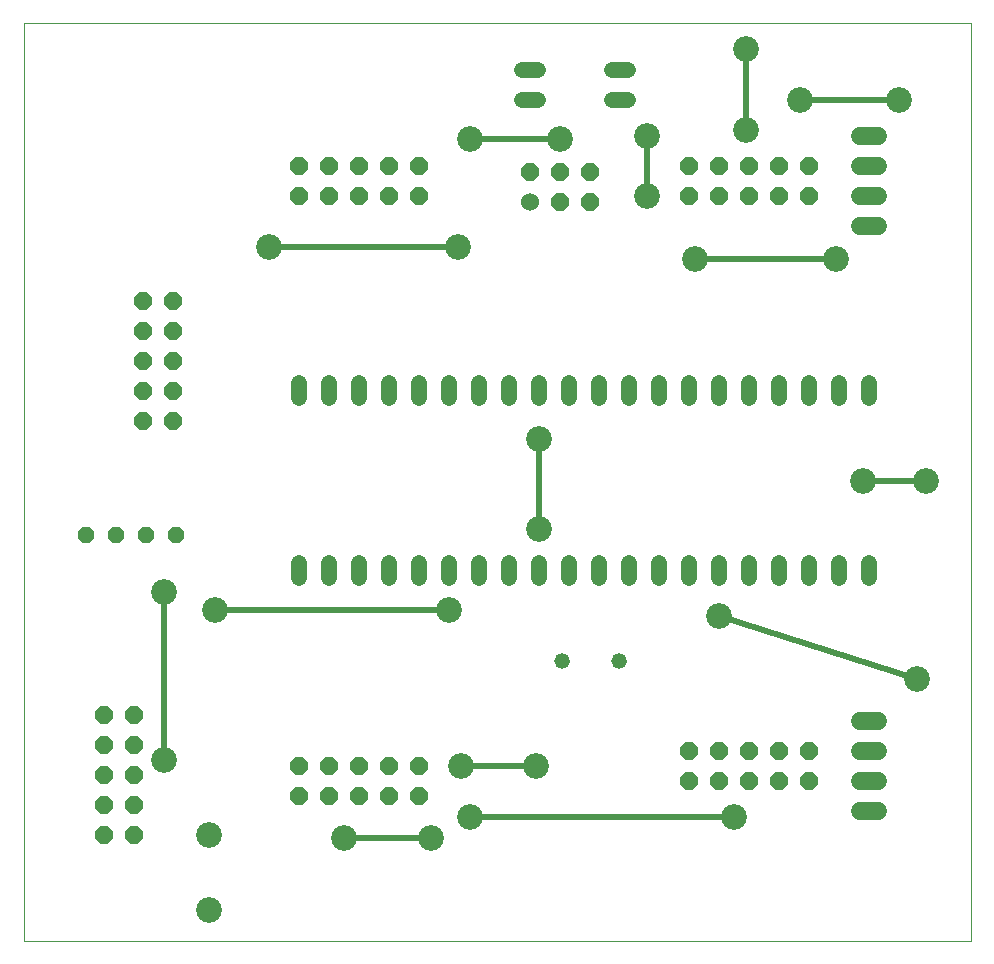
<source format=gtl>
G75*
G70*
%OFA0B0*%
%FSLAX24Y24*%
%IPPOS*%
%LPD*%
%AMOC8*
5,1,8,0,0,1.08239X$1,22.5*
%
%ADD10C,0.0000*%
%ADD11C,0.0520*%
%ADD12C,0.0520*%
%ADD13C,0.0860*%
%ADD14OC8,0.0520*%
%ADD15OC8,0.0600*%
%ADD16C,0.0600*%
%ADD17C,0.0600*%
%ADD18C,0.0200*%
D10*
X000106Y000102D02*
X000106Y030698D01*
X031676Y030698D01*
X031676Y000102D01*
X000106Y000102D01*
D11*
X009291Y012190D02*
X009291Y012710D01*
X010291Y012710D02*
X010291Y012190D01*
X011291Y012190D02*
X011291Y012710D01*
X012291Y012710D02*
X012291Y012190D01*
X013291Y012190D02*
X013291Y012710D01*
X014291Y012710D02*
X014291Y012190D01*
X015291Y012190D02*
X015291Y012710D01*
X016291Y012710D02*
X016291Y012190D01*
X017291Y012190D02*
X017291Y012710D01*
X018291Y012710D02*
X018291Y012190D01*
X019291Y012190D02*
X019291Y012710D01*
X020291Y012710D02*
X020291Y012190D01*
X021291Y012190D02*
X021291Y012710D01*
X022291Y012710D02*
X022291Y012190D01*
X023291Y012190D02*
X023291Y012710D01*
X024291Y012710D02*
X024291Y012190D01*
X025291Y012190D02*
X025291Y012710D01*
X026291Y012710D02*
X026291Y012190D01*
X027291Y012190D02*
X027291Y012710D01*
X028291Y012710D02*
X028291Y012190D01*
X028291Y018190D02*
X028291Y018710D01*
X027291Y018710D02*
X027291Y018190D01*
X026291Y018190D02*
X026291Y018710D01*
X025291Y018710D02*
X025291Y018190D01*
X024291Y018190D02*
X024291Y018710D01*
X023291Y018710D02*
X023291Y018190D01*
X022291Y018190D02*
X022291Y018710D01*
X021291Y018710D02*
X021291Y018190D01*
X020291Y018190D02*
X020291Y018710D01*
X019291Y018710D02*
X019291Y018190D01*
X018291Y018190D02*
X018291Y018710D01*
X017291Y018710D02*
X017291Y018190D01*
X016291Y018190D02*
X016291Y018710D01*
X015291Y018710D02*
X015291Y018190D01*
X014291Y018190D02*
X014291Y018710D01*
X013291Y018710D02*
X013291Y018190D01*
X012291Y018190D02*
X012291Y018710D01*
X011291Y018710D02*
X011291Y018190D01*
X010291Y018190D02*
X010291Y018710D01*
X009291Y018710D02*
X009291Y018190D01*
X016731Y028150D02*
X017251Y028150D01*
X017251Y029150D02*
X016731Y029150D01*
X019731Y029150D02*
X020251Y029150D01*
X020251Y028150D02*
X019731Y028150D01*
D12*
X019941Y009450D03*
X018041Y009450D03*
D13*
X017191Y005950D03*
X014991Y004250D03*
X013691Y003550D03*
X014691Y005950D03*
X010791Y003550D03*
X006291Y003650D03*
X006291Y001150D03*
X004791Y006150D03*
X006491Y011150D03*
X004791Y011750D03*
X014291Y011150D03*
X017291Y013850D03*
X017291Y016850D03*
X023291Y010950D03*
X028091Y015450D03*
X030191Y015450D03*
X029891Y008850D03*
X023791Y004250D03*
X022491Y022850D03*
X020891Y024950D03*
X020891Y026950D03*
X017991Y026850D03*
X014991Y026850D03*
X014591Y023250D03*
X008291Y023250D03*
X024191Y027150D03*
X025991Y028150D03*
X024191Y029850D03*
X029291Y028150D03*
X027191Y022850D03*
D14*
X005191Y013650D03*
X004191Y013650D03*
X003191Y013650D03*
X002191Y013650D03*
D15*
X004091Y017450D03*
X004091Y018450D03*
X005091Y018450D03*
X005091Y017450D03*
X005091Y019450D03*
X005091Y020450D03*
X005091Y021450D03*
X004091Y021450D03*
X004091Y020450D03*
X004091Y019450D03*
X009291Y024950D03*
X010291Y024950D03*
X011291Y024950D03*
X012291Y024950D03*
X013291Y024950D03*
X013291Y025950D03*
X012291Y025950D03*
X011291Y025950D03*
X010291Y025950D03*
X009291Y025950D03*
X016991Y025750D03*
X017991Y025750D03*
X018991Y025750D03*
X018991Y024750D03*
X017991Y024750D03*
X022291Y024950D03*
X023291Y024950D03*
X024291Y024950D03*
X025291Y024950D03*
X026291Y024950D03*
X026291Y025950D03*
X025291Y025950D03*
X024291Y025950D03*
X023291Y025950D03*
X022291Y025950D03*
X003791Y007650D03*
X003791Y006650D03*
X003791Y005650D03*
X003791Y004650D03*
X002791Y004650D03*
X002791Y005650D03*
X002791Y006650D03*
X002791Y007650D03*
X002791Y003650D03*
X003791Y003650D03*
X009291Y004950D03*
X010291Y004950D03*
X011291Y004950D03*
X012291Y004950D03*
X013291Y004950D03*
X013291Y005950D03*
X012291Y005950D03*
X011291Y005950D03*
X010291Y005950D03*
X009291Y005950D03*
X022291Y006450D03*
X023291Y006450D03*
X024291Y006450D03*
X025291Y006450D03*
X026291Y006450D03*
X026291Y005450D03*
X025291Y005450D03*
X024291Y005450D03*
X023291Y005450D03*
X022291Y005450D03*
D16*
X027991Y005450D02*
X028591Y005450D01*
X028591Y006450D02*
X027991Y006450D01*
X027991Y007450D02*
X028591Y007450D01*
X028591Y004450D02*
X027991Y004450D01*
X027991Y023950D02*
X028591Y023950D01*
X028591Y024950D02*
X027991Y024950D01*
X027991Y025950D02*
X028591Y025950D01*
X028591Y026950D02*
X027991Y026950D01*
D17*
X016991Y024750D03*
D18*
X017991Y026850D02*
X014991Y026850D01*
X014591Y023250D02*
X008291Y023250D01*
X017291Y016850D02*
X017291Y013850D01*
X014291Y011150D02*
X006491Y011150D01*
X004791Y011750D02*
X004791Y006150D01*
X010791Y003550D02*
X013691Y003550D01*
X014991Y004250D02*
X023791Y004250D01*
X023291Y010950D02*
X029891Y008850D01*
X030191Y015450D02*
X028091Y015450D01*
X027191Y022850D02*
X022491Y022850D01*
X020891Y024950D02*
X020891Y026950D01*
X024191Y027150D02*
X024191Y029850D01*
X025991Y028150D02*
X029291Y028150D01*
X017191Y005950D02*
X014691Y005950D01*
M02*

</source>
